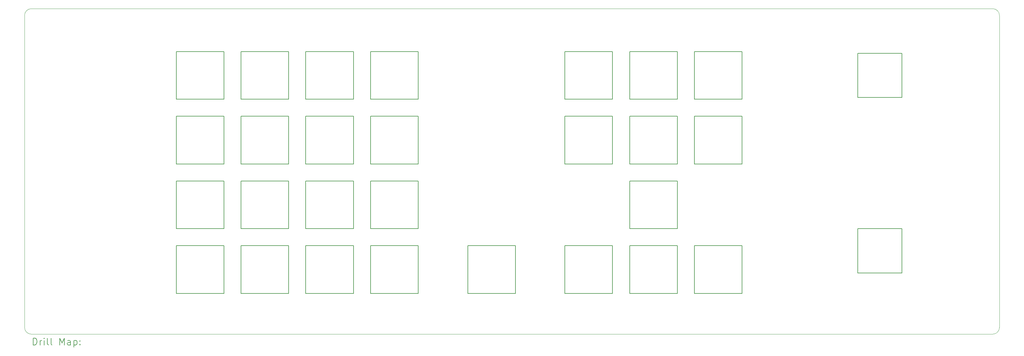
<source format=gbr>
%TF.GenerationSoftware,KiCad,Pcbnew,(6.0.7-1)-1*%
%TF.CreationDate,2022-10-11T23:10:56+02:00*%
%TF.ProjectId,yts-switchblade,7974732d-7377-4697-9463-68626c616465,rev?*%
%TF.SameCoordinates,Original*%
%TF.FileFunction,Drillmap*%
%TF.FilePolarity,Positive*%
%FSLAX45Y45*%
G04 Gerber Fmt 4.5, Leading zero omitted, Abs format (unit mm)*
G04 Created by KiCad (PCBNEW (6.0.7-1)-1) date 2022-10-11 23:10:56*
%MOMM*%
%LPD*%
G01*
G04 APERTURE LIST*
%ADD10C,0.150000*%
%ADD11C,0.100000*%
%ADD12C,0.200000*%
G04 APERTURE END LIST*
D10*
X22160000Y-6650000D02*
X23560000Y-6650000D01*
X23560000Y-6650000D02*
X23560000Y-8050000D01*
X23560000Y-8050000D02*
X22160000Y-8050000D01*
X22160000Y-8050000D02*
X22160000Y-6650000D01*
D11*
X33010000Y-12850000D02*
X33010000Y-3690000D01*
D10*
X28850000Y-4800000D02*
X30150000Y-4800000D01*
X30150000Y-4800000D02*
X30150000Y-6100000D01*
X30150000Y-6100000D02*
X28850000Y-6100000D01*
X28850000Y-6100000D02*
X28850000Y-4800000D01*
D11*
X4410000Y-3690000D02*
X4410000Y-12850000D01*
X32810000Y-3490000D02*
X4610000Y-3490000D01*
D10*
X22160000Y-4750000D02*
X23560000Y-4750000D01*
X23560000Y-4750000D02*
X23560000Y-6150000D01*
X23560000Y-6150000D02*
X22160000Y-6150000D01*
X22160000Y-6150000D02*
X22160000Y-4750000D01*
X20260000Y-6650000D02*
X21660000Y-6650000D01*
X21660000Y-6650000D02*
X21660000Y-8050000D01*
X21660000Y-8050000D02*
X20260000Y-8050000D01*
X20260000Y-8050000D02*
X20260000Y-6650000D01*
X14560000Y-6650000D02*
X15960000Y-6650000D01*
X15960000Y-6650000D02*
X15960000Y-8050000D01*
X15960000Y-8050000D02*
X14560000Y-8050000D01*
X14560000Y-8050000D02*
X14560000Y-6650000D01*
X8860000Y-10450000D02*
X10260000Y-10450000D01*
X10260000Y-10450000D02*
X10260000Y-11850000D01*
X10260000Y-11850000D02*
X8860000Y-11850000D01*
X8860000Y-11850000D02*
X8860000Y-10450000D01*
X10760000Y-6650000D02*
X12160000Y-6650000D01*
X12160000Y-6650000D02*
X12160000Y-8050000D01*
X12160000Y-8050000D02*
X10760000Y-8050000D01*
X10760000Y-8050000D02*
X10760000Y-6650000D01*
D11*
X4610000Y-13050000D02*
X32810000Y-13050000D01*
D10*
X8860000Y-6650000D02*
X10260000Y-6650000D01*
X10260000Y-6650000D02*
X10260000Y-8050000D01*
X10260000Y-8050000D02*
X8860000Y-8050000D01*
X8860000Y-8050000D02*
X8860000Y-6650000D01*
X24060000Y-10450000D02*
X25460000Y-10450000D01*
X25460000Y-10450000D02*
X25460000Y-11850000D01*
X25460000Y-11850000D02*
X24060000Y-11850000D01*
X24060000Y-11850000D02*
X24060000Y-10450000D01*
X14560000Y-8550000D02*
X15960000Y-8550000D01*
X15960000Y-8550000D02*
X15960000Y-9950000D01*
X15960000Y-9950000D02*
X14560000Y-9950000D01*
X14560000Y-9950000D02*
X14560000Y-8550000D01*
D11*
X4610000Y-3490000D02*
G75*
G03*
X4410000Y-3690000I0J-200000D01*
G01*
X33010000Y-3690000D02*
G75*
G03*
X32810000Y-3490000I-200000J0D01*
G01*
D10*
X14560000Y-10450000D02*
X15960000Y-10450000D01*
X15960000Y-10450000D02*
X15960000Y-11850000D01*
X15960000Y-11850000D02*
X14560000Y-11850000D01*
X14560000Y-11850000D02*
X14560000Y-10450000D01*
X12660000Y-4750000D02*
X14060000Y-4750000D01*
X14060000Y-4750000D02*
X14060000Y-6150000D01*
X14060000Y-6150000D02*
X12660000Y-6150000D01*
X12660000Y-6150000D02*
X12660000Y-4750000D01*
X8860000Y-8550000D02*
X10260000Y-8550000D01*
X10260000Y-8550000D02*
X10260000Y-9950000D01*
X10260000Y-9950000D02*
X8860000Y-9950000D01*
X8860000Y-9950000D02*
X8860000Y-8550000D01*
X12660000Y-10450000D02*
X14060000Y-10450000D01*
X14060000Y-10450000D02*
X14060000Y-11850000D01*
X14060000Y-11850000D02*
X12660000Y-11850000D01*
X12660000Y-11850000D02*
X12660000Y-10450000D01*
X22160000Y-10450000D02*
X23560000Y-10450000D01*
X23560000Y-10450000D02*
X23560000Y-11850000D01*
X23560000Y-11850000D02*
X22160000Y-11850000D01*
X22160000Y-11850000D02*
X22160000Y-10450000D01*
X24060000Y-6650000D02*
X25460000Y-6650000D01*
X25460000Y-6650000D02*
X25460000Y-8050000D01*
X25460000Y-8050000D02*
X24060000Y-8050000D01*
X24060000Y-8050000D02*
X24060000Y-6650000D01*
X17410000Y-10450000D02*
X18810000Y-10450000D01*
X18810000Y-10450000D02*
X18810000Y-11850000D01*
X18810000Y-11850000D02*
X17410000Y-11850000D01*
X17410000Y-11850000D02*
X17410000Y-10450000D01*
X14560000Y-4750000D02*
X15960000Y-4750000D01*
X15960000Y-4750000D02*
X15960000Y-6150000D01*
X15960000Y-6150000D02*
X14560000Y-6150000D01*
X14560000Y-6150000D02*
X14560000Y-4750000D01*
D11*
X4410000Y-12850000D02*
G75*
G03*
X4610000Y-13050000I200000J0D01*
G01*
D10*
X10760000Y-10450000D02*
X12160000Y-10450000D01*
X12160000Y-10450000D02*
X12160000Y-11850000D01*
X12160000Y-11850000D02*
X10760000Y-11850000D01*
X10760000Y-11850000D02*
X10760000Y-10450000D01*
X10760000Y-4750000D02*
X12160000Y-4750000D01*
X12160000Y-4750000D02*
X12160000Y-6150000D01*
X12160000Y-6150000D02*
X10760000Y-6150000D01*
X10760000Y-6150000D02*
X10760000Y-4750000D01*
X20260000Y-10450000D02*
X21660000Y-10450000D01*
X21660000Y-10450000D02*
X21660000Y-11850000D01*
X21660000Y-11850000D02*
X20260000Y-11850000D01*
X20260000Y-11850000D02*
X20260000Y-10450000D01*
X24060000Y-4750000D02*
X25460000Y-4750000D01*
X25460000Y-4750000D02*
X25460000Y-6150000D01*
X25460000Y-6150000D02*
X24060000Y-6150000D01*
X24060000Y-6150000D02*
X24060000Y-4750000D01*
X8860000Y-4750000D02*
X10260000Y-4750000D01*
X10260000Y-4750000D02*
X10260000Y-6150000D01*
X10260000Y-6150000D02*
X8860000Y-6150000D01*
X8860000Y-6150000D02*
X8860000Y-4750000D01*
D11*
X32810000Y-13050000D02*
G75*
G03*
X33010000Y-12850000I0J200000D01*
G01*
D10*
X22160000Y-8550000D02*
X23560000Y-8550000D01*
X23560000Y-8550000D02*
X23560000Y-9950000D01*
X23560000Y-9950000D02*
X22160000Y-9950000D01*
X22160000Y-9950000D02*
X22160000Y-8550000D01*
X20260000Y-4750000D02*
X21660000Y-4750000D01*
X21660000Y-4750000D02*
X21660000Y-6150000D01*
X21660000Y-6150000D02*
X20260000Y-6150000D01*
X20260000Y-6150000D02*
X20260000Y-4750000D01*
X12660000Y-8550000D02*
X14060000Y-8550000D01*
X14060000Y-8550000D02*
X14060000Y-9950000D01*
X14060000Y-9950000D02*
X12660000Y-9950000D01*
X12660000Y-9950000D02*
X12660000Y-8550000D01*
X28850000Y-9950000D02*
X30150000Y-9950000D01*
X30150000Y-9950000D02*
X30150000Y-11250000D01*
X30150000Y-11250000D02*
X28850000Y-11250000D01*
X28850000Y-11250000D02*
X28850000Y-9950000D01*
X12660000Y-6650000D02*
X14060000Y-6650000D01*
X14060000Y-6650000D02*
X14060000Y-8050000D01*
X14060000Y-8050000D02*
X12660000Y-8050000D01*
X12660000Y-8050000D02*
X12660000Y-6650000D01*
X10760000Y-8550000D02*
X12160000Y-8550000D01*
X12160000Y-8550000D02*
X12160000Y-9950000D01*
X12160000Y-9950000D02*
X10760000Y-9950000D01*
X10760000Y-9950000D02*
X10760000Y-8550000D01*
D12*
X4662619Y-13365476D02*
X4662619Y-13165476D01*
X4710238Y-13165476D01*
X4738810Y-13175000D01*
X4757857Y-13194048D01*
X4767381Y-13213095D01*
X4776905Y-13251190D01*
X4776905Y-13279762D01*
X4767381Y-13317857D01*
X4757857Y-13336905D01*
X4738810Y-13355952D01*
X4710238Y-13365476D01*
X4662619Y-13365476D01*
X4862619Y-13365476D02*
X4862619Y-13232143D01*
X4862619Y-13270238D02*
X4872143Y-13251190D01*
X4881667Y-13241667D01*
X4900714Y-13232143D01*
X4919762Y-13232143D01*
X4986429Y-13365476D02*
X4986429Y-13232143D01*
X4986429Y-13165476D02*
X4976905Y-13175000D01*
X4986429Y-13184524D01*
X4995952Y-13175000D01*
X4986429Y-13165476D01*
X4986429Y-13184524D01*
X5110238Y-13365476D02*
X5091190Y-13355952D01*
X5081667Y-13336905D01*
X5081667Y-13165476D01*
X5215000Y-13365476D02*
X5195952Y-13355952D01*
X5186429Y-13336905D01*
X5186429Y-13165476D01*
X5443571Y-13365476D02*
X5443571Y-13165476D01*
X5510238Y-13308333D01*
X5576905Y-13165476D01*
X5576905Y-13365476D01*
X5757857Y-13365476D02*
X5757857Y-13260714D01*
X5748333Y-13241667D01*
X5729286Y-13232143D01*
X5691190Y-13232143D01*
X5672143Y-13241667D01*
X5757857Y-13355952D02*
X5738809Y-13365476D01*
X5691190Y-13365476D01*
X5672143Y-13355952D01*
X5662619Y-13336905D01*
X5662619Y-13317857D01*
X5672143Y-13298809D01*
X5691190Y-13289286D01*
X5738809Y-13289286D01*
X5757857Y-13279762D01*
X5853095Y-13232143D02*
X5853095Y-13432143D01*
X5853095Y-13241667D02*
X5872143Y-13232143D01*
X5910238Y-13232143D01*
X5929286Y-13241667D01*
X5938809Y-13251190D01*
X5948333Y-13270238D01*
X5948333Y-13327381D01*
X5938809Y-13346428D01*
X5929286Y-13355952D01*
X5910238Y-13365476D01*
X5872143Y-13365476D01*
X5853095Y-13355952D01*
X6034048Y-13346428D02*
X6043571Y-13355952D01*
X6034048Y-13365476D01*
X6024524Y-13355952D01*
X6034048Y-13346428D01*
X6034048Y-13365476D01*
X6034048Y-13241667D02*
X6043571Y-13251190D01*
X6034048Y-13260714D01*
X6024524Y-13251190D01*
X6034048Y-13241667D01*
X6034048Y-13260714D01*
M02*

</source>
